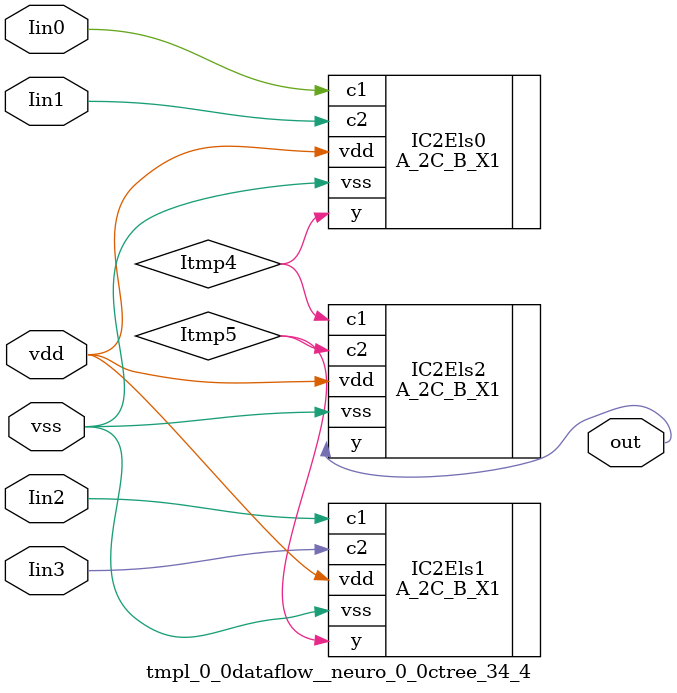
<source format=v>
module tmpl_0_0dataflow__neuro_0_0ctree_34_4(Iin0 , Iin1 , Iin2 , Iin3 , out, vdd, vss); 
   input vdd;
   input vss;
   input Iin0 ;
   input Iin1 ;
   input Iin2 ;
   input Iin3 ;
   output out;

// -- signals ---
   wire Itmp4 ;
   wire Itmp5 ;
   wire Iin0 ;
   wire Iin2 ;
   wire Iin1 ;
   wire out ;
   wire Iin3 ;

// --- instances
A_2C_B_X1 IC2Els0  (.y(Itmp4 ), .c1(Iin0 ), .c2(Iin1 ), .vdd(vdd), .vss(vss));
A_2C_B_X1 IC2Els1  (.y(Itmp5 ), .c1(Iin2 ), .c2(Iin3 ), .vdd(vdd), .vss(vss));
A_2C_B_X1 IC2Els2  (.y(out), .c1(Itmp4 ), .c2(Itmp5 ), .vdd(vdd), .vss(vss));
endmodule
</source>
